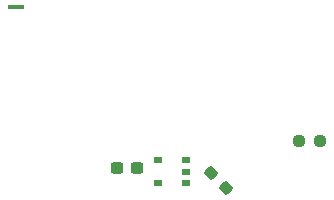
<source format=gbr>
%TF.GenerationSoftware,KiCad,Pcbnew,(6.0.4)*%
%TF.CreationDate,2022-07-22T09:07:41+02:00*%
%TF.ProjectId,rcp2n64adv2,72637032-6e36-4346-9164-76322e6b6963,rev?*%
%TF.SameCoordinates,Original*%
%TF.FileFunction,Paste,Bot*%
%TF.FilePolarity,Positive*%
%FSLAX46Y46*%
G04 Gerber Fmt 4.6, Leading zero omitted, Abs format (unit mm)*
G04 Created by KiCad (PCBNEW (6.0.4)) date 2022-07-22 09:07:41*
%MOMM*%
%LPD*%
G01*
G04 APERTURE LIST*
G04 Aperture macros list*
%AMRoundRect*
0 Rectangle with rounded corners*
0 $1 Rounding radius*
0 $2 $3 $4 $5 $6 $7 $8 $9 X,Y pos of 4 corners*
0 Add a 4 corners polygon primitive as box body*
4,1,4,$2,$3,$4,$5,$6,$7,$8,$9,$2,$3,0*
0 Add four circle primitives for the rounded corners*
1,1,$1+$1,$2,$3*
1,1,$1+$1,$4,$5*
1,1,$1+$1,$6,$7*
1,1,$1+$1,$8,$9*
0 Add four rect primitives between the rounded corners*
20,1,$1+$1,$2,$3,$4,$5,0*
20,1,$1+$1,$4,$5,$6,$7,0*
20,1,$1+$1,$6,$7,$8,$9,0*
20,1,$1+$1,$8,$9,$2,$3,0*%
G04 Aperture macros list end*
%ADD10R,1.350000X0.450000*%
%ADD11RoundRect,0.237500X0.300000X0.237500X-0.300000X0.237500X-0.300000X-0.237500X0.300000X-0.237500X0*%
%ADD12RoundRect,0.237500X-0.250000X-0.237500X0.250000X-0.237500X0.250000X0.237500X-0.250000X0.237500X0*%
%ADD13RoundRect,0.237500X-0.344715X0.008839X0.008839X-0.344715X0.344715X-0.008839X-0.008839X0.344715X0*%
%ADD14R,0.700000X0.510000*%
G04 APERTURE END LIST*
D10*
%TO.C,X1*%
X85980000Y-98180000D03*
%TD*%
D11*
%TO.C,C1*%
X96222500Y-111780000D03*
X94497500Y-111780000D03*
%TD*%
D12*
%TO.C,R2*%
X109937500Y-109520000D03*
X111762500Y-109520000D03*
%TD*%
D13*
%TO.C,R1*%
X102504765Y-112224765D03*
X103795235Y-113515235D03*
%TD*%
D14*
%TO.C,U1*%
X98020000Y-111140000D03*
X98020000Y-113040000D03*
X100340000Y-113040000D03*
X100340000Y-112090000D03*
X100340000Y-111140000D03*
%TD*%
M02*

</source>
